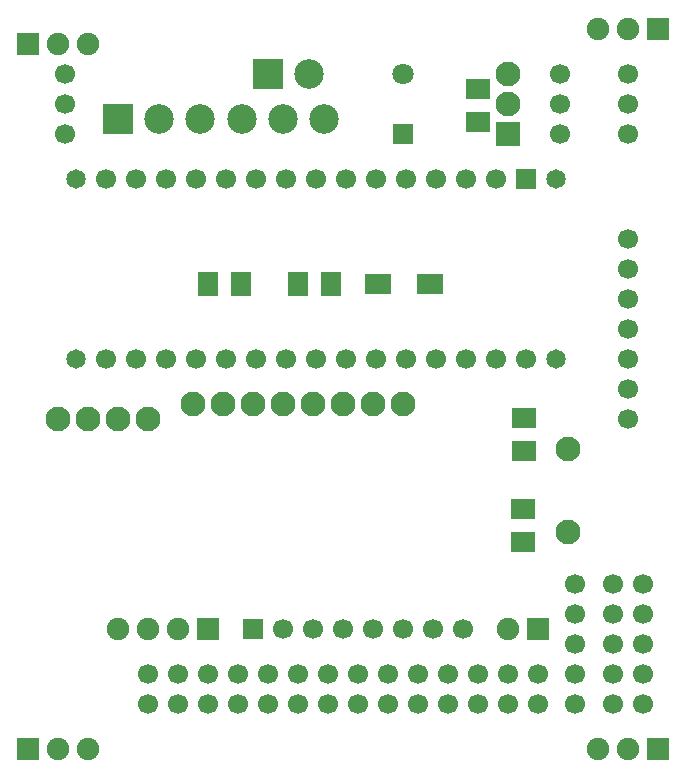
<source format=gbr>
%TF.GenerationSoftware,Novarm,DipTrace,3.3.1.3*%
%TF.CreationDate,2020-02-21T13:35:13+01:00*%
%FSLAX35Y35*%
%MOMM*%
%TF.FileFunction,Soldermask,Bot*%
%TF.Part,Single*%
%ADD34C,1.651*%
%ADD42C,2.50015*%
%ADD44R,2.50015X2.50015*%
%ADD46R,1.80015X2.00015*%
%ADD48C,1.70015*%
%ADD50R,2.30015X1.75015*%
%ADD52R,2.00015X1.80015*%
%ADD54R,1.80015X1.80015*%
%ADD56C,1.80015*%
%ADD58C,2.10015*%
%ADD60C,1.70015*%
%ADD62R,1.70015X1.70015*%
%ADD64C,1.90015*%
%ADD66R,1.90015X1.90015*%
%ADD68C,2.10015*%
%ADD70R,2.10015X2.10015*%
G75*
G01*
%LPD*%
D70*
X5302165Y6446665D3*
D68*
Y6700665D3*
Y6954665D3*
D66*
X2762165Y2255665D3*
D64*
X2508165D3*
X2254165D3*
X2000165D3*
D62*
X3143165D3*
D60*
X3397165D3*
X3651165D3*
X3905165D3*
X4159165D3*
X4413165D3*
X4667165D3*
X4921165D3*
D62*
X5460855Y6065665D3*
D60*
X5206855D3*
X4952855D3*
X4698855D3*
X4444855D3*
X4190855D3*
X3936855D3*
X3682855D3*
X3428855D3*
X3174855D3*
X2920855D3*
X2666855D3*
X2412855D3*
X2158855D3*
X1904855D3*
Y4541665D3*
X2158855D3*
X2412855D3*
X2666855D3*
X2920855D3*
X3174855D3*
X3428855D3*
X3682855D3*
X3936855D3*
X4190855D3*
X4444855D3*
X4698855D3*
X4952855D3*
X5206855D3*
X5460855D3*
D34*
X5714855Y6065665D3*
Y4541665D3*
X1650855D3*
Y6065665D3*
D58*
X2254165Y4033665D3*
X2000165Y4033991D3*
X1746165Y4034315D3*
X1492165Y4034641D3*
D56*
X4413165Y6954665D3*
D54*
Y6446665D3*
D52*
X5048165Y6547665D3*
Y6827665D3*
D50*
X4646165Y5176665D3*
X4206165D3*
D66*
X6572165Y7335665D3*
D64*
X6318165D3*
X6064165D3*
D66*
X6572165Y1239665D3*
D64*
X6318165D3*
X6064165D3*
D66*
X1238165D3*
D64*
X1492165D3*
X1746165D3*
D66*
X1238165Y7208665D3*
D64*
X1492165D3*
X1746165D3*
D66*
X5556165Y2255665D3*
D64*
X5302165D3*
D48*
X2762165Y1620665D3*
X3016165D3*
X2762165Y1874665D3*
X3016165D3*
X3270165Y1620665D3*
Y1874665D3*
X3524165Y1620665D3*
Y1874665D3*
X3778165Y1620665D3*
Y1874665D3*
X4032165Y1620665D3*
Y1874665D3*
X4286165Y1620665D3*
Y1874665D3*
X4540165Y1620665D3*
Y1874665D3*
X4794165Y1620665D3*
Y1874665D3*
X5048165Y1620665D3*
Y1874665D3*
X5302165Y1620665D3*
Y1874665D3*
X5556165Y1620665D3*
Y1874665D3*
X2508165Y1620665D3*
Y1874665D3*
X2254165Y1620665D3*
Y1874665D3*
X6445165Y2636665D3*
X6191165D3*
X6445165Y2382665D3*
X6191165D3*
X6445165Y2128665D3*
X6191165D3*
X6445165Y1874665D3*
X6191165D3*
X6445165Y1620665D3*
X6191165D3*
X5873665Y2636665D3*
Y2382665D3*
Y2128665D3*
Y1874665D3*
Y1620665D3*
X6318165Y6954665D3*
Y4541665D3*
Y6700665D3*
Y4287665D3*
X5746665Y6954665D3*
Y6700665D3*
X6318165Y6446665D3*
Y4033665D3*
X5746665Y6446665D3*
X6318165Y5557665D3*
X1555665Y6954665D3*
X6318165Y5303665D3*
X1555665Y6700665D3*
X6318165Y4795665D3*
Y5049665D3*
X1555665Y6446665D3*
D46*
X3042165Y5176665D3*
X2762165D3*
X3804165D3*
X3524165D3*
D52*
X5429165Y2991665D3*
Y3271665D3*
X5442165Y4046665D3*
Y3766665D3*
D44*
X2000165Y6573665D3*
D42*
X2350165D3*
X2700165D3*
X3050165D3*
X3400165D3*
X3750165D3*
D58*
X4413165Y4160665D3*
X4159165D3*
X3905168D3*
X3651168D3*
X3397168D3*
X3143168D3*
X2889165D3*
X2635165D3*
X5810165Y3779665D3*
Y3081165D3*
D44*
X3270165Y6954665D3*
D42*
X3620165D3*
M02*

</source>
